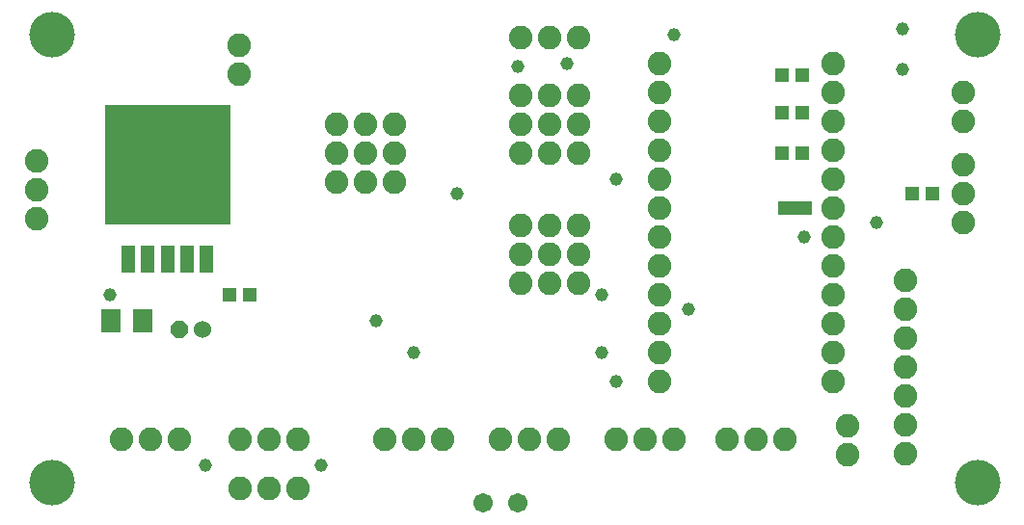
<source format=gbr>
G04 EAGLE Gerber RS-274X export*
G75*
%MOMM*%
%FSLAX34Y34*%
%LPD*%
%INSoldermask Bottom*%
%IPPOS*%
%AMOC8*
5,1,8,0,0,1.08239X$1,22.5*%
G01*
%ADD10C,4.000500*%
%ADD11C,2.082800*%
%ADD12R,11.003200X10.613200*%
%ADD13R,1.270000X2.362200*%
%ADD14R,1.803200X2.003200*%
%ADD15R,1.303200X1.203200*%
%ADD16P,1.649562X8X202.500000*%
%ADD17C,1.524000*%
%ADD18R,1.203200X1.303200*%
%ADD19R,2.540000X1.270000*%
%ADD20C,1.159600*%
%ADD21C,1.703200*%


D10*
X38100Y431800D03*
X38100Y38100D03*
X850900Y431800D03*
X850900Y38100D03*
D11*
X571500Y406400D03*
X571500Y381000D03*
X571500Y355600D03*
X571500Y330200D03*
X571500Y304800D03*
X571500Y279400D03*
X571500Y254000D03*
X571500Y228600D03*
X571500Y203200D03*
X571500Y177800D03*
X571500Y152400D03*
X571500Y127000D03*
X723900Y127000D03*
X723900Y152400D03*
X723900Y177800D03*
X723900Y203200D03*
X723900Y228600D03*
X723900Y254000D03*
X723900Y279400D03*
X723900Y304800D03*
X723900Y330200D03*
X723900Y355600D03*
X723900Y381000D03*
X723900Y406400D03*
X681990Y76200D03*
X656590Y76200D03*
X631190Y76200D03*
X500380Y327660D03*
X474980Y327660D03*
X449580Y327660D03*
X500380Y353060D03*
X474980Y353060D03*
X449580Y353060D03*
X500380Y378460D03*
X474980Y378460D03*
X449580Y378460D03*
X500380Y213360D03*
X474980Y213360D03*
X449580Y213360D03*
X500380Y238760D03*
X474980Y238760D03*
X449580Y238760D03*
X500380Y264160D03*
X474980Y264160D03*
X449580Y264160D03*
X381000Y76200D03*
X355600Y76200D03*
X330200Y76200D03*
X482600Y76200D03*
X457200Y76200D03*
X431800Y76200D03*
X584200Y76200D03*
X558800Y76200D03*
X533400Y76200D03*
X288290Y302260D03*
X313690Y302260D03*
X339090Y302260D03*
X288290Y327660D03*
X313690Y327660D03*
X339090Y327660D03*
X288290Y353060D03*
X313690Y353060D03*
X339090Y353060D03*
X500380Y429260D03*
X474980Y429260D03*
X449580Y429260D03*
X149860Y76200D03*
X124460Y76200D03*
X99060Y76200D03*
X787400Y215900D03*
X787400Y190500D03*
X787400Y165100D03*
X787400Y139700D03*
X787400Y114300D03*
X787400Y88900D03*
X787400Y63500D03*
X736600Y62230D03*
X736600Y87630D03*
X24638Y270002D03*
X24638Y295402D03*
X24638Y320802D03*
X202438Y422402D03*
X202438Y397002D03*
D12*
X139700Y317500D03*
D13*
X173736Y234188D03*
X156718Y234188D03*
X139700Y234188D03*
X122682Y234188D03*
X105664Y234188D03*
D11*
X203200Y76200D03*
X228600Y76200D03*
X254000Y76200D03*
X838200Y266700D03*
X838200Y292100D03*
X838200Y317500D03*
X838200Y381000D03*
X838200Y355600D03*
D14*
X118140Y180340D03*
X90140Y180340D03*
D15*
X811140Y292100D03*
X794140Y292100D03*
X696840Y327660D03*
X679840Y327660D03*
X194700Y203200D03*
X211700Y203200D03*
D16*
X149860Y172720D03*
D17*
X170180Y172720D03*
D11*
X203200Y33020D03*
X228600Y33020D03*
X254000Y33020D03*
D18*
X699380Y279400D03*
X682380Y279400D03*
D19*
X690880Y279400D03*
D15*
X696840Y363220D03*
X679840Y363220D03*
D18*
X696840Y396240D03*
X679840Y396240D03*
D20*
X322580Y180340D03*
D21*
X416560Y20320D03*
D20*
X784860Y436880D03*
D21*
X447040Y20320D03*
D20*
X447040Y403860D03*
X172720Y53340D03*
X274320Y53340D03*
X490220Y406400D03*
X355600Y152400D03*
X88900Y203200D03*
X584200Y431800D03*
X698500Y254000D03*
X393700Y292100D03*
X533400Y304800D03*
X533400Y127000D03*
X520700Y152400D03*
X520700Y203200D03*
X596900Y190500D03*
X784860Y401320D03*
X762000Y266700D03*
M02*

</source>
